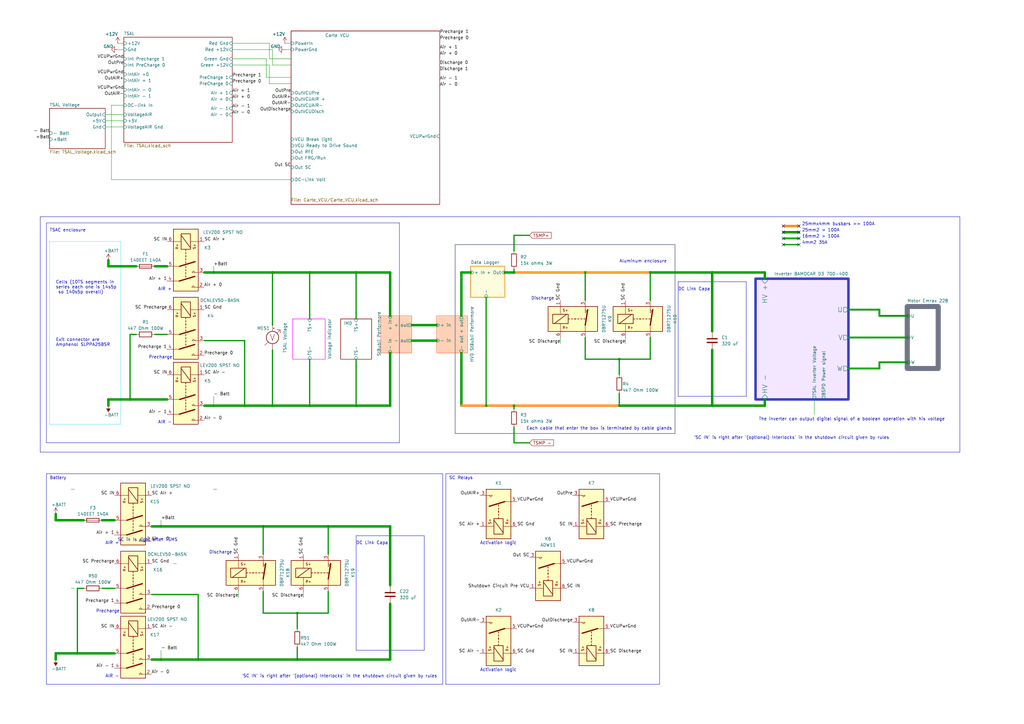
<source format=kicad_sch>
(kicad_sch (version 20230121) (generator eeschema)
  (paper "A3")
  (lib_symbols
    (symbol "Device:C" (pin_numbers hide) (pin_names (offset 0.254))
      (property "Reference" "C" (at 0.635 2.54 0))
      (property "Value" "C" (at 0.635 -2.54 0))
      (symbol "C_0_1"
        (polyline (pts (xy -2.032 -0.762) (xy 2.032 -0.762)) (stroke (width 0.508)))
        (polyline (pts (xy -2.032 0.762) (xy 2.032 0.762)) (stroke (width 0.508)))
      )
      (symbol "C_1_1"
        (pin passive line (at 0 3.81 270) (length 2.794) (name "~") (number "1"))
        (pin passive line (at 0 -3.81 90) (length 2.794) (name "~") (number "2"))
      )
    )
    (symbol "Device:Fuse" (pin_numbers hide) (pin_names (offset 0))
      (property "Reference" "F" (at 2.032 0 90))
      (property "Value" "Fuse" (at -1.905 0 90))
      (symbol "Fuse_0_1"
        (rectangle (start -0.762 -2.54) (end 0.762 2.54) (stroke (width 0.254)))
        (polyline (pts (xy 0 2.54) (xy 0 -2.54)))
      )
      (symbol "Fuse_1_1"
        (pin passive line (at 0 3.81 270) (length 1.27) (name "~") (number "1"))
        (pin passive line (at 0 -3.81 90) (length 1.27) (name "~") (number "2"))
      )
    )
    (symbol "Device:LED" (pin_numbers hide) (pin_names (offset 1.016) hide)
      (property "Reference" "D" (at 0 2.54 0))
      (property "Value" "LED" (at 0 -2.54 0))
      (symbol "LED_0_1"
        (polyline (pts (xy -1.27 -1.27) (xy -1.27 1.27)) (stroke (width 0.254)))
        (polyline (pts (xy -1.27 0) (xy 1.27 0)))
        (polyline (pts (xy 1.27 -1.27) (xy 1.27 1.27) (xy -1.27 0) (xy 1.27 -1.27)) (stroke (width 0.254)))
        (polyline (pts (xy -3.048 -0.762) (xy -4.572 -2.286) (xy -3.81 -2.286) (xy -4.572 -2.286) (xy -4.572 -1.524)))
        (polyline (pts (xy -1.778 -0.762) (xy -3.302 -2.286) (xy -2.54 -2.286) (xy -3.302 -2.286) (xy -3.302 -1.524)))
      )
      (symbol "LED_1_1"
        (pin passive line (at -3.81 0 0) (length 2.54) (name "K") (number "1"))
        (pin passive line (at 3.81 0 180) (length 2.54) (name "A") (number "2"))
      )
    )
    (symbol "Device:R" (pin_numbers hide) (pin_names (offset 0))
      (property "Reference" "R" (at 2.032 0 90))
      (property "Value" "R" (at 0 0 90))
      (symbol "R_0_1"
        (rectangle (start -1.016 -2.54) (end 1.016 2.54) (stroke (width 0.254)))
      )
      (symbol "R_1_1"
        (pin passive line (at 0 3.81 270) (length 1.27) (name "~") (number "1"))
        (pin passive line (at 0 -3.81 90) (length 1.27) (name "~") (number "2"))
      )
    )
    (symbol "Device:Voltmeter_DC" (pin_numbers hide) (pin_names (offset 0.0254) hide)
      (property "Reference" "MES" (at -3.302 1.016 0))
      (property "Value" "Voltmeter_DC" (at -3.302 -0.762 0))
      (symbol "Voltmeter_DC_0_0"
        (polyline (pts (xy -3.175 -3.175) (xy -1.905 -1.905)))
        (polyline (pts (xy 1.905 1.905) (xy 3.175 3.175)))
        (polyline (pts (xy 1.905 3.175) (xy 3.175 3.175) (xy 3.175 1.905)))
        (text "V" (at 0 0 0) (effects (font (size 2.54 2.54))))
      )
      (symbol "Voltmeter_DC_0_1"
        (polyline (pts (xy 0.254 3.81) (xy 0.762 3.81)))
        (polyline (pts (xy 0.508 4.064) (xy 0.508 3.556)))
        (circle (center 0 0) (radius 2.54) (stroke (width 0.254)))
      )
      (symbol "Voltmeter_DC_1_1"
        (pin passive line (at 0 -5.08 90) (length 2.54) (name "-") (number "1"))
        (pin passive line (at 0 5.08 270) (length 2.54) (name "+") (number "2"))
      )
    )
    (symbol "EPSA_lib:ADW11 NC relays"
      (property "Reference" "K" (at 11.43 3.81 0))
      (property "Value" "ADW11" (at 13.97 1.27 0))
      (symbol "ADW11 NC relays_1_1"
        (rectangle (start -10.16 5.08) (end 10.16 -5.08) (stroke (width 0.254)) (fill (type background)))
        (rectangle (start -8.255 1.905) (end -1.905 -1.905) (stroke (width 0.254)))
        (polyline (pts (xy -7.62 -1.905) (xy -2.54 1.905)) (stroke (width 0.254)))
        (polyline (pts (xy -5.08 -5.08) (xy -5.08 -1.905)))
        (polyline (pts (xy -5.08 5.08) (xy -5.08 1.905)))
        (polyline (pts (xy -1.905 0) (xy -1.27 0)) (stroke (width 0.254)))
        (polyline (pts (xy -0.635 0) (xy 0 0)) (stroke (width 0.254)))
        (polyline (pts (xy 0.635 0) (xy 1.27 0)) (stroke (width 0.254)))
        (polyline (pts (xy 0.635 0) (xy 1.27 0)) (stroke (width 0.254)))
        (polyline (pts (xy 1.905 0) (xy 2.54 0)) (stroke (width 0.254)))
        (polyline (pts (xy 3.175 0) (xy 3.81 0)) (stroke (width 0.254)))
        (polyline (pts (xy 4.445 0) (xy 5.08 0)) (stroke (width 0.254)))
        (polyline (pts (xy 5.08 -2.54) (xy 5.08 -5.08)))
        (polyline (pts (xy 5.08 -2.54) (xy 6.096 3.81)) (stroke (width 0.508)))
        (polyline (pts (xy 5.08 3.81) (xy 5.08 5.08)))
        (polyline (pts (xy 5.08 3.81) (xy 5.08 2.54) (xy 5.715 3.175) (xy 5.08 3.81)))
        (text "R+" (at -3.048 -3.556 0) (effects (font (size 1.016 1.016))))
        (text "S+" (at -3.048 3.556 0) (effects (font (size 1.016 1.016))))
        (pin passive line (at -5.08 7.62 270) (length 2.54) (name "~") (number "1"))
        (pin passive line (at 5.08 7.62 270) (length 2.54) (name "~") (number "3"))
        (pin passive line (at 5.08 -7.62 90) (length 2.54) (name "~") (number "5"))
        (pin passive line (at -5.08 -7.62 90) (length 2.54) (name "~") (number "6"))
      )
    )
    (symbol "EPSA_lib:RELAYS"
      (property "Reference" "K" (at -13.97 -11.43 0))
      (property "Value" "RELAYS" (at -13.97 -13.97 0))
      (symbol "RELAYS_1_1"
        (rectangle (start -10.16 5.08) (end 15.24 -5.08) (stroke (width 0.254)) (fill (type background)))
        (rectangle (start -8.255 1.905) (end -1.905 -1.905) (stroke (width 0.254)))
        (polyline (pts (xy -7.62 -1.905) (xy -2.54 1.905)) (stroke (width 0.254)))
        (polyline (pts (xy -5.08 -5.08) (xy -5.08 -1.905)))
        (polyline (pts (xy -5.08 5.08) (xy -5.08 1.905)))
        (polyline (pts (xy -1.905 0) (xy -1.27 0)) (stroke (width 0.254)))
        (polyline (pts (xy -0.635 0) (xy 0 0)) (stroke (width 0.254)))
        (polyline (pts (xy 0.635 0) (xy 1.27 0)) (stroke (width 0.254)))
        (polyline (pts (xy 0.635 0) (xy 1.27 0)) (stroke (width 0.254)))
        (polyline (pts (xy 1.905 0) (xy 2.54 0)) (stroke (width 0.254)))
        (polyline (pts (xy 3.175 0) (xy 3.81 0)) (stroke (width 0.254)))
        (polyline (pts (xy 5.08 -2.54) (xy 3.175 3.81)) (stroke (width 0.508)))
        (polyline (pts (xy 5.08 -2.54) (xy 5.08 -5.08)))
        (polyline (pts (xy 5.08 0) (xy 5.715 0)) (stroke (width 0.254)))
        (polyline (pts (xy 6.35 0) (xy 6.985 0)) (stroke (width 0.254)))
        (polyline (pts (xy 7.62 0) (xy 8.255 0)) (stroke (width 0.254)))
        (polyline (pts (xy 7.62 3.81) (xy 7.62 5.08)))
        (polyline (pts (xy 8.89 0) (xy 9.525 0)) (stroke (width 0.254)))
        (polyline (pts (xy 11.1246 -2.6621) (xy 9.2196 3.6879)) (stroke (width 0.508)))
        (polyline (pts (xy 11.1246 -2.6621) (xy 11.1246 -5.2021)))
        (polyline (pts (xy 13.6646 3.6879) (xy 13.6646 4.9579)))
        (polyline (pts (xy 7.62 3.81) (xy 7.62 2.54) (xy 6.985 3.175) (xy 7.62 3.81)))
        (polyline (pts (xy 13.6646 3.6879) (xy 13.6646 2.4179) (xy 13.0296 3.0529) (xy 13.6646 3.6879)))
        (text "R+" (at -3.048 -3.556 0) (effects (font (size 1.016 1.016))))
        (text "S+" (at -3.048 3.556 0) (effects (font (size 1.016 1.016))))
        (pin passive line (at -5.08 7.62 270) (length 2.54) (name "~") (number "1"))
        (pin passive line (at 13.6646 7.4979 270) (length 2.54) (name "~") (number "2"))
        (pin passive line (at 7.62 7.62 270) (length 2.54) (name "~") (number "3"))
        (pin passive line (at 11.1246 -7.7421 90) (length 2.54) (name "~") (number "4"))
        (pin passive line (at 5.08 -7.62 90) (length 2.54) (name "~") (number "5"))
        (pin passive line (at -5.08 -7.62 90) (length 2.54) (name "~") (number "6"))
      )
    )
    (symbol "Relay:ADW11"
      (property "Reference" "K" (at 11.43 3.81 0))
      (property "Value" "ADW11" (at 13.97 1.27 0))
      (symbol "ADW11_1_1"
        (rectangle (start -10.16 5.08) (end 10.16 -5.08) (stroke (width 0.254)) (fill (type background)))
        (rectangle (start -8.255 1.905) (end -1.905 -1.905) (stroke (width 0.254)))
        (polyline (pts (xy -7.62 -1.905) (xy -2.54 1.905)) (stroke (width 0.254)))
        (polyline (pts (xy -5.08 -5.08) (xy -5.08 -1.905)))
        (polyline (pts (xy -5.08 5.08) (xy -5.08 1.905)))
        (polyline (pts (xy -1.905 0) (xy -1.27 0)) (stroke (width 0.254)))
        (polyline (pts (xy -0.635 0) (xy 0 0)) (stroke (width 0.254)))
        (polyline (pts (xy 0.635 0) (xy 1.27 0)) (stroke (width 0.254)))
        (polyline (pts (xy 0.635 0) (xy 1.27 0)) (stroke (width 0.254)))
        (polyline (pts (xy 1.905 0) (xy 2.54 0)) (stroke (width 0.254)))
        (polyline (pts (xy 3.175 0) (xy 3.81 0)) (stroke (width 0.254)))
        (polyline (pts (xy 5.08 -2.54) (xy 3.175 3.81)) (stroke (width 0.508)))
        (polyline (pts (xy 5.08 -2.54) (xy 5.08 -5.08)))
        (polyline (pts (xy 7.62 3.81) (xy 7.62 5.08)))
        (polyline (pts (xy 7.62 3.81) (xy 7.62 2.54) (xy 6.985 3.175) (xy 7.62 3.81)))
        (text "R+" (at -3.048 -3.556 0) (effects (font (size 1.016 1.016))))
        (text "S+" (at -3.048 3.556 0) (effects (font (size 1.016 1.016))))
        (pin passive line (at -5.08 7.62 270) (length 2.54) (name "~") (number "1"))
        (pin passive line (at 7.62 7.62 270) (length 2.54) (name "~") (number "3"))
        (pin passive line (at 5.08 -7.62 90) (length 2.54) (name "~") (number "5"))
        (pin passive line (at -5.08 -7.62 90) (length 2.54) (name "~") (number "6"))
      )
    )
    (symbol "power:+12V" (power) (pin_names (offset 0))
      (property "Value" "+12V" (at 0 3.556 0))
      (symbol "+12V_0_1"
        (polyline (pts (xy -0.762 1.27) (xy 0 2.54)))
        (polyline (pts (xy 0 0) (xy 0 2.54)))
        (polyline (pts (xy 0 2.54) (xy 0.762 1.27)))
      )
      (symbol "+12V_1_1"
        (pin power_in line (at 0 0 90) (length 0) hide (name "+12V") (number "1"))
      )
    )
    (symbol "power:+BATT" (power) (pin_names (offset 0))
      (property "Value" "+BATT" (at 0 3.556 0))
      (symbol "+BATT_0_1"
        (polyline (pts (xy -0.762 1.27) (xy 0 2.54)))
        (polyline (pts (xy 0 0) (xy 0 2.54)))
        (polyline (pts (xy 0 2.54) (xy 0.762 1.27)))
      )
      (symbol "+BATT_1_1"
        (pin power_in line (at 0 0 90) (length 0) hide (name "+BATT") (number "1"))
      )
    )
    (symbol "power:-BATT" (power) (pin_names (offset 0))
      (property "Value" "-BATT" (at 0 3.556 0))
      (symbol "-BATT_0_1"
        (polyline (pts (xy 0 0) (xy 0 2.54)))
        (polyline (pts (xy 0.762 1.27) (xy -0.762 1.27) (xy 0 2.54) (xy 0.762 1.27)) (fill (type outline)))
      )
      (symbol "-BATT_1_1"
        (pin power_in line (at 0 0 90) (length 0) hide (name "-BATT") (number "1"))
      )
    )
    (symbol "power:GND" (power) (pin_names (offset 0))
      (property "Value" "GND" (at 0 -3.81 0))
      (symbol "GND_0_1"
        (polyline (pts (xy 0 0) (xy 0 -1.27) (xy 1.27 -1.27) (xy 0 -2.54) (xy -1.27 -1.27) (xy 0 -1.27)))
      )
      (symbol "GND_1_1"
        (pin power_in line (at 0 0 270) (length 0) hide (name "GND") (number "1"))
      )
    )
  )
  (junction (at 100.33 166.37))
  (junction (at 121.92 251.46))
  (junction (at 292.1 111.76))
  (junction (at 31.75 267.97))
  (junction (at 81.28 270.51))
  (junction (at 134.62 215.9))
  (junction (at 210.82 111.76))
  (junction (at 66.04 215.9))
  (junction (at 210.82 166.37))
  (junction (at 121.92 270.51))
  (junction (at 66.04 270.51))
  (junction (at 254 166.37))
  (junction (at 127 166.37))
  (junction (at 111.76 111.76))
  (junction (at 127 111.76))
  (junction (at 87.63 111.76))
  (junction (at 292.1 166.37))
  (junction (at 240.03 111.76))
  (junction (at 146.05 111.76))
  (junction (at 87.63 166.37))
  (junction (at 266.7 111.76))
  (junction (at 254 147.32))
  (junction (at 107.95 215.9))
  (junction (at 199.39 166.37))
  (junction (at 53.34 163.83))
  (junction (at 111.76 166.37))
  (junction (at 146.05 166.37))
  (no_connect (at 327.66 95.25))
  (no_connect (at 327.66 97.79))
  (no_connect (at 327.66 100.33))
  (no_connect (at 321.31 95.25))
  (no_connect (at 321.31 100.33))
  (no_connect (at 321.31 97.79))
  (no_connect (at 321.31 92.71))
  (no_connect (at 327.66 92.71))
  (wire (pts (xy 45.72 43.18) (xy 45.72 73.66)))
  (wire (pts (xy 254 161.29) (xy 254 166.37)) (stroke (width 0.5)))
  (wire (pts (xy 53.34 163.83) (xy 68.58 163.83)) (stroke (width 1)))
  (wire (pts (xy 109.22 24.13) (xy 109.22 31.75)))
  (wire (pts (xy 210.82 181.61) (xy 217.17 181.61)) (stroke (width 0.5)))
  (wire (pts (xy 87.63 162.56) (xy 87.63 166.37)))
  (wire (pts (xy 160.02 111.76) (xy 160.02 129.54)) (stroke (width 1)))
  (wire (pts (xy 66.04 213.36) (xy 66.04 215.9)))
  (polyline (pts (xy 278.13 115.57) (xy 278.13 162.56)))
  (wire (pts (xy 95.25 17.78) (xy 110.49 17.78)))
  (polyline (pts (xy 49.53 173.99) (xy 20.32 173.99)) (stroke (width 0) (type solid) (color 84 213 255 1)))
  (wire (pts (xy 134.62 242.57) (xy 134.62 251.46)) (stroke (width 0.5)))
  (polyline (pts (xy 181.61 280.67) (xy 19.05 280.67)))
  (wire (pts (xy 254 147.32) (xy 240.03 147.32)) (stroke (width 0.5)))
  (wire (pts (xy 292.1 135.89) (xy 292.1 111.76)) (stroke (width 1)))
  (wire (pts (xy 48.26 20.32) (xy 50.8 20.32)))
  (wire (pts (xy 87.63 200.66) (xy 88.9 200.66)))
  (wire (pts (xy 189.23 129.54) (xy 189.23 111.76)) (stroke (width 1)))
  (wire (pts (xy 45.72 73.66) (xy 119.38 73.66)))
  (wire (pts (xy 50.8 43.18) (xy 45.72 43.18)))
  (wire (pts (xy 111.76 20.32) (xy 111.76 26.67)))
  (wire (pts (xy 81.28 243.84) (xy 81.28 270.51)) (stroke (width 0.5)))
  (polyline (pts (xy 19.05 91.44) (xy 19.05 181.61)) (stroke (width 0) (type solid)))
  (polyline (pts (xy 276.86 177.8) (xy 186.69 177.8)) (stroke (width 0.3) (type solid) (color 118 129 159 1)))
  (polyline (pts (xy 186.69 100.33) (xy 276.86 100.33)) (stroke (width 0.3) (type solid) (color 118 129 159 1)))
  (polyline (pts (xy 186.69 100.33) (xy 186.69 177.8)) (stroke (width 0.3) (type solid) (color 118 129 159 1)))
  (polyline (pts (xy 19.05 194.31) (xy 19.05 280.67)))
  (polyline (pts (xy 393.7 185.42) (xy 393.7 88.9)))
  (wire (pts (xy 210.82 166.37) (xy 254 166.37)) (stroke (width 1) (color 255 142 26 1)))
  (wire (pts (xy 22.86 267.97) (xy 22.86 270.51)) (stroke (width 1)))
  (wire (pts (xy 62.23 270.51) (xy 66.04 270.51)) (stroke (width 1)))
  (wire (pts (xy 44.45 109.22) (xy 44.45 106.68)) (stroke (width 1)))
  (wire (pts (xy 63.5 109.22) (xy 68.58 109.22)) (stroke (width 1)))
  (wire (pts (xy 360.68 127) (xy 347.98 127)) (stroke (width 0.75)))
  (wire (pts (xy 81.28 270.51) (xy 121.92 270.51)) (stroke (width 1)))
  (wire (pts (xy 292.1 166.37) (xy 292.1 143.51)) (stroke (width 1)))
  (polyline (pts (xy 306.07 162.56) (xy 278.13 162.56)))
  (wire (pts (xy 116.84 17.78) (xy 119.38 17.78)))
  (wire (pts (xy 31.75 267.97) (xy 46.99 267.97)) (stroke (width 1)))
  (wire (pts (xy 168.91 133.35) (xy 179.07 133.35)) (stroke (width 1)))
  (wire (pts (xy 360.68 151.13) (xy 360.68 148.59)) (stroke (width 0.75)))
  (wire (pts (xy 83.82 139.7) (xy 100.33 139.7)) (stroke (width 0.5)))
  (wire (pts (xy 83.82 111.76) (xy 87.63 111.76)) (stroke (width 1)))
  (wire (pts (xy 44.45 163.83) (xy 53.34 163.83)) (stroke (width 1)))
  (wire (pts (xy 266.7 138.43) (xy 266.7 147.32)) (stroke (width 0.5)))
  (polyline (pts (xy 306.07 115.57) (xy 306.07 162.56)))
  (wire (pts (xy 313.69 114.3) (xy 313.69 111.76)) (stroke (width 1)))
  (polyline (pts (xy 182.88 194.31) (xy 270.51 194.31)))
  (polyline (pts (xy 276.86 100.33) (xy 276.86 177.8)) (stroke (width 0.3) (type solid) (color 118 129 159 1)))
  (wire (pts (xy 62.23 243.84) (xy 81.28 243.84)) (stroke (width 0.5)))
  (wire (pts (xy 146.05 111.76) (xy 160.02 111.76)) (stroke (width 1)))
  (wire (pts (xy 334.01 163.83) (xy 334.01 170.18)))
  (wire (pts (xy 83.82 166.37) (xy 87.63 166.37)) (stroke (width 1)))
  (wire (pts (xy 160.02 270.51) (xy 160.02 247.65)) (stroke (width 1)))
  (wire (pts (xy 53.34 137.16) (xy 53.34 163.83)) (stroke (width 0.5)))
  (wire (pts (xy 111.76 26.67) (xy 119.38 26.67)))
  (polyline (pts (xy 182.88 194.31) (xy 182.88 280.67)))
  (wire (pts (xy 189.23 144.78) (xy 189.23 166.37)) (stroke (width 1)))
  (wire (pts (xy 95.25 20.32) (xy 111.76 20.32)))
  (wire (pts (xy 124.46 242.57) (xy 124.46 245.11)))
  (wire (pts (xy 107.95 242.57) (xy 107.95 251.46)) (stroke (width 0.5)))
  (polyline (pts (xy 163.83 181.61) (xy 19.05 181.61)) (stroke (width 0) (type solid)))
  (wire (pts (xy 95.25 24.13) (xy 109.22 24.13)))
  (wire (pts (xy 127 111.76) (xy 146.05 111.76)) (stroke (width 1)))
  (wire (pts (xy 347.98 151.13) (xy 360.68 151.13)) (stroke (width 0.75)))
  (wire (pts (xy 110.49 26.67) (xy 110.49 34.29)))
  (polyline (pts (xy 173.99 266.7) (xy 146.05 266.7)))
  (wire (pts (xy 41.91 241.3) (xy 46.99 241.3)) (stroke (width 0.5)))
  (polyline (pts (xy 163.83 91.44) (xy 163.83 181.61)) (stroke (width 0) (type solid)))
  (wire (pts (xy 107.95 215.9) (xy 107.95 227.33)) (stroke (width 0.5)))
  (wire (pts (xy 62.23 215.9) (xy 66.04 215.9)) (stroke (width 1)))
  (polyline (pts (xy 270.51 194.31) (xy 270.51 280.67)))
  (wire (pts (xy 107.95 215.9) (xy 134.62 215.9)) (stroke (width 1)))
  (wire (pts (xy 66.04 215.9) (xy 107.95 215.9)) (stroke (width 1)))
  (wire (pts (xy 240.03 111.76) (xy 240.03 123.19)) (stroke (width 0.5)))
  (polyline (pts (xy 146.05 219.71) (xy 146.05 266.7)))
  (wire (pts (xy 229.87 138.43) (xy 229.87 140.97)))
  (wire (pts (xy 29.21 200.66) (xy 30.48 200.66)))
  (wire (pts (xy 48.26 17.78) (xy 50.8 17.78)))
  (wire (pts (xy 44.45 109.22) (xy 55.88 109.22)) (stroke (width 1)))
  (wire (pts (xy 266.7 123.19) (xy 266.7 111.76)) (stroke (width 0.5)))
  (wire (pts (xy 87.63 109.22) (xy 87.63 111.76)))
  (wire (pts (xy 189.23 166.37) (xy 199.39 166.37)) (stroke (width 1) (color 255 142 26 1)))
  (wire (pts (xy 63.5 137.16) (xy 68.58 137.16)) (stroke (width 0.5)))
  (wire (pts (xy 66.04 270.51) (xy 81.28 270.51)) (stroke (width 1)))
  (wire (pts (xy 116.84 20.32) (xy 119.38 20.32)))
  (wire (pts (xy 110.49 34.29) (xy 119.38 34.29)))
  (wire (pts (xy 240.03 111.76) (xy 266.7 111.76)) (stroke (width 1) (color 255 142 26 1)))
  (wire (pts (xy 100.33 139.7) (xy 100.33 166.37)) (stroke (width 0.5)))
  (wire (pts (xy 29.21 241.3) (xy 30.48 241.3)))
  (wire (pts (xy 321.31 92.71) (xy 327.66 92.71)) (stroke (width 1) (color 255 142 26 1)))
  (wire (pts (xy 321.31 97.79) (xy 327.66 97.79)) (stroke (width 0.75)))
  (wire (pts (xy 22.86 267.97) (xy 31.75 267.97)) (stroke (width 1)))
  (polyline (pts (xy 19.05 194.31) (xy 181.61 194.31)))
  (wire (pts (xy 254 147.32) (xy 254 153.67)) (stroke (width 0.5)))
  (wire (pts (xy 347.98 138.43) (xy 372.11 138.43)) (stroke (width 0.75)))
  (wire (pts (xy 22.86 213.36) (xy 34.29 213.36)) (stroke (width 1)))
  (wire (pts (xy 43.18 52.07) (xy 50.8 52.07)))
  (wire (pts (xy 160.02 240.03) (xy 160.02 215.9)) (stroke (width 1)))
  (wire (pts (xy 360.68 148.59) (xy 372.11 148.59)) (stroke (width 0.75)))
  (wire (pts (xy 146.05 111.76) (xy 146.05 130.81)) (stroke (width 0.5)))
  (wire (pts (xy 146.05 166.37) (xy 160.02 166.37)) (stroke (width 1)))
  (wire (pts (xy 292.1 111.76) (xy 313.69 111.76)) (stroke (width 1)))
  (wire (pts (xy 199.39 166.37) (xy 210.82 166.37)) (stroke (width 1) (color 255 142 26 1)))
  (wire (pts (xy 41.91 213.36) (xy 46.99 213.36)) (stroke (width 1)))
  (wire (pts (xy 168.91 139.7) (xy 179.07 139.7)) (stroke (width 1)))
  (wire (pts (xy 134.62 227.33) (xy 134.62 215.9)) (stroke (width 0.5)))
  (wire (pts (xy 266.7 111.76) (xy 292.1 111.76)) (stroke (width 1)))
  (polyline (pts (xy 173.99 219.71) (xy 173.99 266.7)))
  (wire (pts (xy 121.92 270.51) (xy 160.02 270.51)) (stroke (width 1)))
  (wire (pts (xy 121.92 251.46) (xy 107.95 251.46)) (stroke (width 0.5)))
  (wire (pts (xy 110.49 24.13) (xy 119.38 24.13)))
  (polyline (pts (xy 16.51 185.42) (xy 393.7 185.42)))
  (wire (pts (xy 127 111.76) (xy 127 130.81)) (stroke (width 0.5)))
  (polyline (pts (xy 278.13 115.57) (xy 306.07 115.57)))
  (wire (pts (xy 313.69 166.37) (xy 292.1 166.37)) (stroke (width 1)))
  (wire (pts (xy 266.7 147.32) (xy 254 147.32)) (stroke (width 0.5)))
  (wire (pts (xy 207.01 111.76) (xy 210.82 111.76)) (stroke (width 1)))
  (wire (pts (xy 71.12 231.14) (xy 72.39 231.14)))
  (polyline (pts (xy 20.32 99.06) (xy 49.53 99.06)) (stroke (width 0) (type solid) (color 84 213 255 1)))
  (wire (pts (xy 111.76 143.51) (xy 111.76 166.37)) (stroke (width 0.5)))
  (wire (pts (xy 66.04 266.7) (xy 66.04 270.51)))
  (polyline (pts (xy 393.7 88.9) (xy 16.51 88.9)))
  (wire (pts (xy 134.62 215.9) (xy 160.02 215.9)) (stroke (width 1)))
  (wire (pts (xy 100.33 166.37) (xy 111.76 166.37)) (stroke (width 1)))
  (wire (pts (xy 45.72 213.36) (xy 46.99 213.36)))
  (wire (pts (xy 313.69 163.83) (xy 313.69 166.37)) (stroke (width 1)))
  (polyline (pts (xy 19.05 91.44) (xy 163.83 91.44)) (stroke (width 0) (type solid)))
  (wire (pts (xy 87.63 111.76) (xy 111.76 111.76)) (stroke (width 1)))
  (wire (pts (xy 254 166.37) (xy 292.1 166.37)) (stroke (width 1)))
  (wire (pts (xy 127 166.37) (xy 146.05 166.37)) (stroke (width 1)))
  (wire (pts (xy 111.76 166.37) (xy 127 166.37)) (stroke (width 1)))
  (wire (pts (xy 360.68 129.54) (xy 360.68 127)) (stroke (width 0.75)))
  (polyline (pts (xy 16.51 88.9) (xy 16.51 185.42)))
  (wire (pts (xy 43.18 46.99) (xy 50.8 46.99)))
  (polyline (pts (xy 49.53 99.06) (xy 49.53 173.99)) (stroke (width 0) (type solid) (color 84 213 255 1)))
  (wire (pts (xy 210.82 167.64) (xy 210.82 166.37)) (stroke (width 0.5)))
  (wire (pts (xy 240.03 138.43) (xy 240.03 147.32)) (stroke (width 0.5)))
  (wire (pts (xy 210.82 96.52) (xy 217.17 96.52)) (stroke (width 0.5)))
  (wire (pts (xy 111.76 111.76) (xy 111.76 133.35)) (stroke (width 0.5)))
  (wire (pts (xy 109.22 31.75) (xy 119.38 31.75)))
  (wire (pts (xy 44.45 163.83) (xy 44.45 166.37)) (stroke (width 1)))
  (wire (pts (xy 127 147.32) (xy 127 166.37)) (stroke (width 0.5)))
  (wire (pts (xy 110.49 17.78) (xy 110.49 24.13)))
  (wire (pts (xy 97.79 242.57) (xy 97.79 245.11)))
  (wire (pts (xy 360.68 129.54) (xy 372.11 129.54)) (stroke (width 0.75)))
  (wire (pts (xy 189.23 111.76) (xy 193.04 111.76)) (stroke (width 1)))
  (wire (pts (xy 95.25 26.67) (xy 110.49 26.67)))
  (wire (pts (xy 321.31 100.33) (xy 327.66 100.33)) (stroke (width 0.5)))
  (wire (pts (xy 160.02 144.78) (xy 160.02 166.37)) (stroke (width 1)))
  (wire (pts (xy 31.75 241.3) (xy 31.75 267.97)) (stroke (width 0.5)))
  (wire (pts (xy 43.18 49.53) (xy 50.8 49.53)))
  (wire (pts (xy 121.92 265.43) (xy 121.92 270.51)) (stroke (width 0.5)))
  (wire (pts (xy 34.29 241.3) (xy 31.75 241.3)) (stroke (width 0.5)))
  (wire (pts (xy 199.39 121.92) (xy 199.39 166.37)) (stroke (width 0.5)))
  (wire (pts (xy 87.63 166.37) (xy 100.33 166.37)) (stroke (width 1)))
  (wire (pts (xy 321.31 95.25) (xy 327.66 95.25)) (stroke (width 1)))
  (polyline (pts (xy 146.05 219.71) (xy 173.99 219.71)))
  (wire (pts (xy 121.92 251.46) (xy 121.92 257.81)) (stroke (width 0.5)))
  (wire (pts (xy 256.54 138.43) (xy 256.54 140.97)))
  (wire (pts (xy 210.82 175.26) (xy 210.82 181.61)) (stroke (width 0.5)))
  (wire (pts (xy 146.05 147.32) (xy 146.05 166.37)) (stroke (width 0.5)))
  (polyline (pts (xy 20.32 99.06) (xy 20.32 173.99)) (stroke (width 0) (type solid) (color 84 213 255 1)))
  (wire (pts (xy 55.88 137.16) (xy 53.34 137.16)) (stroke (width 0.5)))
  (wire (pts (xy 134.62 251.46) (xy 121.92 251.46)) (stroke (width 0.5)))
  (wire (pts (xy 210.82 111.76) (xy 240.03 111.76)) (stroke (width 1) (color 255 142 26 1)))
  (polyline (pts (xy 270.51 280.67) (xy 182.88 280.67)))
  (wire (pts (xy 111.76 111.76) (xy 127 111.76)) (stroke (width 1)))
  (polyline (pts (xy 181.61 194.31) (xy 181.61 280.67)))
  (wire (pts (xy 22.86 213.36) (xy 22.86 210.82)) (stroke (width 1)))
  (wire (pts (xy 210.82 102.87) (xy 210.82 96.52)) (stroke (width 0.5)))
  (wire (pts (xy 210.82 111.76) (xy 210.82 110.49)) (stroke (width 0.5)))
  (text "Discharge" (at 227.33 123.19 0) (effects (font (size 1.27 1.27)) (justify right bottom)))
  (text "AIR +" (at 64.77 119.38 0) (effects (font (size 1.27 1.27)) (justify left bottom)))
  (text "Precharge" (at 60.96 147.32 0) (effects (font (size 1.27 1.27)) (justify left bottom)))
  (text "DC Link Capa" (at 146.05 223.52 0) (effects (font (size 1.27 1.27)) (justify left bottom)))
  (text "Battery\n" (at 20.32 196.85 0) (effects (font (size 1.27 1.27)) (justify left bottom)))
  (text "16mm2 > 100A\n" (at 328.93 97.79 0) (effects (font (size 1.27 1.27)) (justify left bottom)))
  (text "AIR -" (at 64.77 173.99 0) (effects (font (size 1.27 1.27)) (justify left bottom)))
  (text "SC in is right after TSMS" (at 48.26 222.25 0) (effects (font (size 1.27 1.27)) (justify left bottom)))
  (text "The inverter can output digital signal of a boolean operation with his voltage" (at 311.15 172.72 0) (effects (font (size 1.27 1.27)) (justify left bottom)))
  (text "25mm2 > 100A\n" (at 328.93 95.25 0) (effects (font (size 1.27 1.27)) (justify left bottom)))
  (text "Precharge" (at 39.37 251.46 0) (effects (font (size 1.27 1.27)) (justify left bottom)))
  (text "Cells (10TS segments in \nseries each one is 14s5p\n so 140s5p overall)" (at 22.86 120.65 0) (effects (font (size 1.27 1.27)) (justify left bottom)))
  (text "Each cable that enter the box is terminated by cable glands" (at 215.9 176.53 0) (effects (font (size 1.27 1.27)) (justify left bottom)))
  (text "Exit connector are\nAmphenol SLPPA25BSR" (at 22.86 142.24 0) (effects (font (size 1.27 1.27)) (justify left bottom)))
  (text "SC Relays" (at 184.15 196.85 0) (effects (font (size 1.27 1.27)) (justify left bottom)))
  (text "Activation logic" (at 196.85 275.59 0) (effects (font (size 1.27 1.27)) (justify left bottom)))
  (text "AIR -" (at 43.18 278.13 0) (effects (font (size 1.27 1.27)) (justify left bottom)))
  (text "'SC IN' is right after '(optional) Interlocks' in the shutdown circuit given by rules" (at 99.06 278.13 0) (effects (font (size 1.27 1.27)) (justify left bottom)))
  (text "Activation logic" (at 196.85 223.52 0) (effects (font (size 1.27 1.27)) (justify left bottom)))
  (text "4mm2 35A" (at 328.93 100.33 0) (effects (font (size 1.27 1.27)) (justify left bottom)))
  (text "TSAC enclosure\n" (at 20.32 95.25 0) (effects (font (size 1.27 1.27)) (justify left bottom)))
  (text "Discharge" (at 95.25 227.33 0) (effects (font (size 1.27 1.27)) (justify right bottom)))
  (text "AIR +" (at 43.18 223.52 0) (effects (font (size 1.27 1.27)) (justify left bottom)))
  (text "DC Link Capa" (at 278.13 119.38 0) (effects (font (size 1.27 1.27)) (justify left bottom)))
  (text "Aluminum enclosure" (at 254 107.95 0) (effects (font (size 1.27 1.27)) (justify left bottom)))
  (text "'SC IN' is right after '(optional) Interlocks' in the shutdown circuit given by rules" (at 284.48 180.34 0) (effects (font (size 1.27 1.27)) (justify left bottom)))
  (text "25mmx4mm busbars >> 100A" (at 328.93 92.71 0) (effects (font (size 1.27 1.27)) (justify left bottom)))
  (label "Precharge 1" (at 180.34 13.97 0))
  (label "Air - 0" (at 62.1079 276.5546 0))
  (label "SC Gnd" (at 97.79 227.33 90))
  (label "- Batt" (at 66.04 266.7 0))
  (label "Discharge 1" (at 180.34 29.21 0))
  (label "SC Air +" (at 83.82 99.06 0))
  (label "SC Air -" (at 83.82 153.67 0))
  (label "SC Air -" (at 196.85 267.97 180))
  (label "SC IN" (at 68.58 153.67 180))
  (label "Air - 0" (at 83.6979 172.4146 0))
  (label "SC IN" (at 46.99 203.2 180))
  (label "SC Discharge" (at 256.54 140.97 180))
  (label "SC Precharge" (at 68.58 127 180))
  (label "Precharge 0" (at 62.1079 249.8846 0))
  (label "VCUPwrGnd" (at 212.09 257.81 0))
  (label "Air - 1" (at 180.34 33.02 0))
  (label "Air + 1" (at 68.4579 115.2646 180))
  (label "Air + 0" (at 83.6979 117.8046 0))
  (label "OutAIR+" (at 119.38 40.64 180))
  (label "SC IN" (at 232.41 241.3 0))
  (label "+Batt" (at 20.32 57.15 180))
  (label "OutAIR-" (at 50.8 39.37 180))
  (label "Air - 1" (at 68.4579 169.8746 180))
  (label "Precharge 0" (at 180.34 16.51 0))
  (label "SC Air +" (at 62.23 203.2 0))
  (label "Air + 1" (at 95.25 38.1 0))
  (label "SC Gnd" (at 229.87 123.19 90))
  (label "Air + 0" (at 62.1079 221.9446 0))
  (label "SC Precharge" (at 46.99 231.14 180))
  (label "Air - 0" (at 180.34 35.56 0))
  (label "- Batt" (at 87.63 162.56 0))
  (label "Air - 1" (at 46.8679 274.0146 180))
  (label "SC IN" (at 234.95 267.97 180))
  (label "OutDischarge" (at 234.95 255.27 180))
  (label "SC IN" (at 46.99 257.81 180))
  (label "VCUPwrGnd" (at 212.09 205.74 0))
  (label "Out SC" (at 119.38 68.58 180))
  (label "VCUPwrGnd" (at 50.8 36.83 180))
  (label "VCUPwrGnd" (at 232.41 231.14 0))
  (label "SC Air -" (at 62.23 257.81 0))
  (label "OutAIR+" (at 50.8 33.02 180))
  (label "Precharge 0" (at 83.6979 145.7446 0))
  (label "SC Gnd" (at 62.23 231.14 0))
  (label "SC Gnd" (at 83.82 127 0))
  (label "VCUPwrGnd" (at 50.8 30.48 180))
  (label "SC IN" (at 234.95 215.9 180))
  (label "SC Precharge" (at 250.19 215.9 0))
  (label "OutPre" (at 50.8 26.67 180))
  (label "SC Gnd" (at 124.46 227.33 90))
  (label "Precharge 1" (at 68.4579 143.2046 180))
  (label "OutDischarge" (at 119.38 45.72 180))
  (label "SC Discharge" (at 97.79 245.11 180))
  (label "Air + 1" (at 180.34 20.32 0))
  (label "SC Gnd" (at 256.54 123.19 90))
  (label "Precharge 0" (at 95.25 34.29 0))
  (label "Precharge 1" (at 95.25 31.75 0))
  (label "Air + 1" (at 46.8679 219.4046 180))
  (label "OutPre" (at 119.38 38.1 180))
  (label "SC Gnd" (at 212.09 215.9 0))
  (label "OutAIR+" (at 196.85 203.2 180))
  (label "SC Discharge" (at 229.87 140.97 180))
  (label "VCUPwrGnd" (at 50.8 24.13 180))
  (label "SC Discharge" (at 250.19 267.97 0))
  (label "SC IN" (at 68.58 99.06 180))
  (label "SC Air +" (at 196.85 215.9 180))
  (label "Air + 0" (at 180.34 22.86 0))
  (label "Shutdown Circuit Pre VCU" (at 217.17 241.3 180))
  (label "Air - 1" (at 95.25 44.45 0))
  (label "VCUPwrGnd" (at 250.19 257.81 0))
  (label "+Batt" (at 66.04 213.36 0))
  (label "Air + 0" (at 95.25 40.64 0))
  (label "- Batt" (at 20.32 54.61 180))
  (label "OutAIR-" (at 119.38 43.18 180))
  (label "OutAIR-" (at 196.85 255.27 180))
  (label "Precharge 1" (at 46.8679 247.3446 180))
  (label "Air - 0" (at 95.25 46.99 0))
  (label "SC Discharge" (at 124.46 245.11 180))
  (label "Discharge 0" (at 180.34 26.67 0))
  (label "OutPre" (at 234.95 203.2 180))
  (label "SC Gnd" (at 212.09 267.97 0))
  (label "Out SC" (at 217.17 228.6 180))
  (label "VCUPwrGnd" (at 250.19 205.74 0))
  (label "+Batt" (at 87.63 109.22 0))
  (global_label "TSMP+" (shape input) (at 217.17 96.52 0) (property "Intersheetrefs" "${INTERSHEET_REFS}" (effects hide)))
  (global_label "TSMP -" (shape input) (at 217.17 181.61 0) (property "Intersheetrefs" "${INTERSHEET_REFS}" (effects hide)))
  (symbol (lib_id "EPSA_lib:RELAYS") (at 76.2 132.08 270) (unit 1)
    (property "Reference" "K4" (at 86.36 129.54 90))
    (property "Value" "DCNLEV50-BASN" (at 90.17 123.19 90))
    (property "Footprint" "Relay_THT:Relay_1P1T_NO_10x24x18.8mm_Panasonic_ADW11xxxxW_THT" (effects hide))
    (property "Datasheet" "https://www.panasonic-electric-works.com/pew/es/downloads/ds_dw_hl_en.pdf" (effects hide))
  )
  (symbol (lib_id "power:+12V") (at 48.26 17.78 0) (unit 1)
    (property "Reference" "#PWR03" (effects hide))
    (property "Value" "+12V" (at 45.72 13.97 0))
  )
  (symbol (lib_id "EPSA_lib:RELAYS") (at 76.2 104.14 270) (unit 1)
    (property "Reference" "K3" (at 85.09 101.6 90))
    (property "Value" "LEV200 SPST NO" (at 91.44 95.25 90))
    (property "Footprint" "Relay_THT:Relay_1P1T_NO_10x24x18.8mm_Panasonic_ADW11xxxxW_THT" (effects hide))
    (property "Datasheet" "https://www.panasonic-electric-works.com/pew/es/downloads/ds_dw_hl_en.pdf" (effects hide))
  )
  (symbol (lib_id "Device:Voltmeter_DC") (at 111.76 138.43 0) (unit 1)
    (property "Reference" "MES1" (at 105.41 134.62 0) (effects (justify left)))
    (property "Value" "TSAL Voltage" (at 116.84 144.78 90) (effects (justify left)))
  )
  (symbol (lib_id "EPSA_lib:ADW11 NC relays") (at 129.54 234.95 0) (unit 1)
    (property "Reference" "K19" (at 144.78 234.95 90))
    (property "Value" "DBR71275U" (at 142.24 234.95 90))
    (property "Footprint" "Relay_THT:Relay_1P1T_NO_10x24x18.8mm_Panasonic_ADW11xxxxW_THT" (effects hide))
    (property "Datasheet" "https://www.panasonic-electric-works.com/pew/es/downloads/ds_dw_hl_en.pdf" (effects hide))
  )
  (symbol (lib_id "Relay:ADW11") (at 204.47 262.89 90) (unit 1)
    (property "Reference" "K2" (at 204.47 250.19 90))
    (property "Value" "ADW11" (effects hide))
    (property "Footprint" "Relay_THT:Relay_1P1T_NO_10x24x18.8mm_Panasonic_ADW11xxxxW_THT" (effects hide))
    (property "Datasheet" "https://www.panasonic-electric-works.com/pew/es/downloads/ds_dw_hl_en.pdf" (effects hide))
  )
  (symbol (lib_id "Device:R") (at 254 157.48 180) (unit 1)
    (property "Reference" "R4" (at 255.27 157.48 0) (effects (justify right)))
    (property "Value" "4k7 Ohm 100W" (at 255.27 160.02 0) (effects (justify right)))
  )
  (symbol (lib_id "Device:R") (at 121.92 261.62 180) (unit 1)
    (property "Reference" "R51" (at 123.19 261.62 0) (effects (justify right)))
    (property "Value" "4k7 Ohm 100W" (at 123.19 264.16 0) (effects (justify right)))
  )
  (symbol (lib_id "Device:R") (at 38.1 241.3 270) (unit 1)
    (property "Reference" "R50" (at 38.1 236.22 90))
    (property "Value" "4k7 Ohm 100W" (at 38.1 238.76 90))
  )
  (symbol (lib_id "Relay:ADW11") (at 242.57 262.89 90) (unit 1)
    (property "Reference" "K8" (at 242.57 250.19 90))
    (property "Value" "ADW11" (effects hide))
    (property "Footprint" "Relay_THT:Relay_1P1T_NO_10x24x18.8mm_Panasonic_ADW11xxxxW_THT" (effects hide))
    (property "Datasheet" "https://www.panasonic-electric-works.com/pew/es/downloads/ds_dw_hl_en.pdf" (effects hide))
  )
  (symbol (lib_id "EPSA_lib:RELAYS") (at 76.2 158.75 270) (unit 1)
    (property "Reference" "K5" (at 85.09 156.21 90))
    (property "Value" "LEV200 SPST NO" (at 90.17 149.86 90))
    (property "Footprint" "Relay_THT:Relay_1P1T_NO_10x24x18.8mm_Panasonic_ADW11xxxxW_THT" (effects hide))
    (property "Datasheet" "https://www.panasonic-electric-works.com/pew/es/downloads/ds_dw_hl_en.pdf" (effects hide))
  )
  (symbol (lib_id "EPSA_lib:ADW11 NC relays") (at 102.87 234.95 0) (unit 1)
    (property "Reference" "K18" (at 118.11 234.95 90))
    (property "Value" "DBR71275U" (at 115.57 234.95 90))
    (property "Footprint" "Relay_THT:Relay_1P1T_NO_10x24x18.8mm_Panasonic_ADW11xxxxW_THT" (effects hide))
    (property "Datasheet" "https://www.panasonic-electric-works.com/pew/es/downloads/ds_dw_hl_en.pdf" (effects hide))
  )
  (symbol (lib_id "Device:R") (at 59.69 137.16 270) (unit 1)
    (property "Reference" "R1" (at 59.69 132.08 90))
    (property "Value" "4k7 Ohm 100W" (at 59.69 134.62 90))
  )
  (symbol (lib_id "Device:R") (at 210.82 171.45 0) (unit 1)
    (property "Reference" "R3" (at 213.36 170.1799 0) (effects (justify left)))
    (property "Value" "15k ohms 3W" (at 213.36 172.7199 0) (effects (justify left)))
  )
  (symbol (lib_id "power:GND") (at 48.26 20.32 270) (unit 1)
    (property "Reference" "#PWR04" (effects hide))
    (property "Value" "GND" (at 44.45 19.05 90))
  )
  (symbol (lib_id "EPSA_lib:RELAYS") (at 54.61 262.89 270) (unit 1)
    (property "Reference" "K17" (at 63.5 260.35 90))
    (property "Value" "LEV200 SPST NO" (at 68.58 254 90))
    (property "Footprint" "Relay_THT:Relay_1P1T_NO_10x24x18.8mm_Panasonic_ADW11xxxxW_THT" (effects hide))
    (property "Datasheet" "https://www.panasonic-electric-works.com/pew/es/downloads/ds_dw_hl_en.pdf" (effects hide))
  )
  (symbol (lib_id "EPSA_lib:ADW11 NC relays") (at 261.62 130.81 0) (unit 1)
    (property "Reference" "K10" (at 276.86 130.81 90))
    (property "Value" "DBR71275U" (at 274.32 130.81 90))
    (property "Footprint" "Relay_THT:Relay_1P1T_NO_10x24x18.8mm_Panasonic_ADW11xxxxW_THT" (effects hide))
    (property "Datasheet" "https://www.panasonic-electric-works.com/pew/es/downloads/ds_dw_hl_en.pdf" (effects hide))
  )
  (symbol (lib_id "Device:C") (at 292.1 139.7 0) (unit 1)
    (property "Reference" "C1" (at 295.91 138.4299 0) (effects (justify left)))
    (property "Value" "320 uF" (at 295.91 140.9699 0) (effects (justify left)))
  )
  (symbol (lib_id "EPSA_lib:RELAYS") (at 54.61 208.28 270) (unit 1)
    (property "Reference" "K15" (at 63.5 205.74 90))
    (property "Value" "LEV200 SPST NO" (at 69.85 199.39 90))
    (property "Footprint" "Relay_THT:Relay_1P1T_NO_10x24x18.8mm_Panasonic_ADW11xxxxW_THT" (effects hide))
    (property "Datasheet" "https://www.panasonic-electric-works.com/pew/es/downloads/ds_dw_hl_en.pdf" (effects hide))
  )
  (symbol (lib_id "Device:Fuse") (at 38.1 213.36 90) (unit 1)
    (property "Reference" "F3" (at 38.1 208.28 90))
    (property "Value" "140EET 140A" (at 38.1 210.82 90))
  )
  (symbol (lib_id "EPSA_lib:RELAYS") (at 54.61 236.22 270) (unit 1)
    (property "Reference" "K16" (at 64.77 233.68 90))
    (property "Value" "DCNLEV50-BASN" (at 68.58 227.33 90))
    (property "Footprint" "Relay_THT:Relay_1P1T_NO_10x24x18.8mm_Panasonic_ADW11xxxxW_THT" (effects hide))
    (property "Datasheet" "https://www.panasonic-electric-works.com/pew/es/downloads/ds_dw_hl_en.pdf" (effects hide))
  )
  (symbol (lib_id "power:+BATT") (at 22.86 210.82 0) (unit 1)
    (property "Reference" "#PWR088" (effects hide))
    (property "Value" "+BATT" (at 24.13 207.01 0))
  )
  (symbol (lib_id "Device:Fuse") (at 59.69 109.22 90) (unit 1)
    (property "Reference" "F1" (at 59.69 104.14 90))
    (property "Value" "140EET 140A" (at 59.69 106.68 90))
  )
  (symbol (lib_id "power:-BATT") (at 22.86 270.51 180) (unit 1)
    (property "Reference" "#PWR089" (effects hide))
    (property "Value" "-BATT" (at 24.13 274.32 0))
  )
  (symbol (lib_id "power:GND") (at 116.84 20.32 270) (unit 1)
    (property "Reference" "#PWR06" (effects hide))
    (property "Value" "GND" (at 113.03 19.05 90))
  )
  (symbol (lib_id "Relay:ADW11") (at 224.79 236.22 90) (unit 1)
    (property "Reference" "K6" (at 224.79 220.98 90))
    (property "Value" "ADW11" (at 224.79 223.52 90))
    (property "Footprint" "Relay_THT:Relay_1P1T_NO_10x24x18.8mm_Panasonic_ADW11xxxxW_THT" (effects hide))
    (property "Datasheet" "https://www.panasonic-electric-works.com/pew/es/downloads/ds_dw_hl_en.pdf" (effects hide))
  )
  (symbol (lib_id "power:-BATT") (at 44.45 166.37 180) (unit 1)
    (property "Reference" "#PWR02" (effects hide))
    (property "Value" "-BATT" (at 45.72 170.18 0))
  )
  (symbol (lib_id "Device:C") (at 160.02 243.84 0) (unit 1)
    (property "Reference" "C22" (at 163.83 242.5699 0) (effects (justify left)))
    (property "Value" "320 uF" (at 163.83 245.1099 0) (effects (justify left)))
  )
  (symbol (lib_id "Relay:ADW11") (at 204.47 210.82 90) (unit 1)
    (property "Reference" "K1" (at 204.47 198.12 90))
    (property "Value" "ADW11" (effects hide))
    (property "Footprint" "Relay_THT:Relay_1P1T_NO_10x24x18.8mm_Panasonic_ADW11xxxxW_THT" (effects hide))
    (property "Datasheet" "https://www.panasonic-electric-works.com/pew/es/downloads/ds_dw_hl_en.pdf" (effects hide))
  )
  (symbol (lib_id "power:+BATT") (at 44.45 106.68 0) (unit 1)
    (property "Reference" "#PWR01" (effects hide))
    (property "Value" "+BATT" (at 45.72 102.87 0))
  )
  (symbol (lib_id "EPSA_lib:ADW11 NC relays") (at 234.95 130.81 0) (unit 1)
    (property "Reference" "K9" (at 250.19 130.81 90))
    (property "Value" "DBR71275U" (at 247.65 130.81 90))
    (property "Footprint" "Relay_THT:Relay_1P1T_NO_10x24x18.8mm_Panasonic_ADW11xxxxW_THT" (effects hide))
    (property "Datasheet" "https://www.panasonic-electric-works.com/pew/es/downloads/ds_dw_hl_en.pdf" (effects hide))
  )
  (symbol (lib_id "power:+12V") (at 116.84 17.78 0) (unit 1)
    (property "Reference" "#PWR05" (effects hide))
    (property "Value" "+12V" (at 114.3 13.97 0))
  )
  (symbol (lib_id "Relay:ADW11") (at 242.57 210.82 90) (unit 1)
    (property "Reference" "K7" (at 242.57 198.12 90))
    (property "Value" "ADW11" (effects hide))
    (property "Footprint" "Relay_THT:Relay_1P1T_NO_10x24x18.8mm_Panasonic_ADW11xxxxW_THT" (effects hide))
    (property "Datasheet" "https://www.panasonic-electric-works.com/pew/es/downloads/ds_dw_hl_en.pdf" (effects hide))
  )
  (symbol (lib_id "Device:R") (at 210.82 106.68 0) (unit 1)
    (property "Reference" "R2" (at 213.36 105.4099 0) (effects (justify left)))
    (property "Value" "15k ohms 3W" (at 213.36 107.9499 0) (effects (justify left)))
  )
  (sheet (at 372.11 125.73) (size 12.7 25.4) (stroke (width 2) (color 112 115 133 1))
    (property "Sheetname" "Motor Emrax 228" (at 372.11 124.0946 0) (effects (justify left bottom)))
    (property "Sheetfile" "Motor Emrax.kicad_sch" (effects hide))
    (pin "U" input (at 372.11 129.54 180))
    (pin "V" input (at 372.11 138.43 180))
    (pin "W" input (at 372.11 148.59 180))
  )
  (sheet (at 193.04 109.22) (size 13.97 12.7) (stroke (width 0.5) (color 233 178 89 1)) (fill (color 253 252 220 1.0000))
    (property "Sheetname" "Data Logger" (at 193.04 108.3346 0) (effects (justify left bottom)))
    (property "Sheetfile" "Date logger.kicad_sch" (effects hide))
    (pin "+ In" input (at 193.04 111.76 180))
    (pin "+ Out" input (at 207.01 111.76 0))
    (pin "-" input (at 199.39 121.92 270))
  )
  (sheet (at 50.8 15.24) (size 44.45 43.18) (stroke (width 0.1524))
    (property "Sheetname" "TSAL" (at 50.8 14.5284 0) (effects (justify left bottom)))
    (property "Sheetfile" "TSAL.kicad_sch" (at 50.8 59.0046 0) (effects (justify left top)))
    (pin "Green Gnd" input (at 95.25 24.13 0))
    (pin "Green +12V" input (at 95.25 26.67 0))
    (pin "+12V" input (at 50.8 17.78 180))
    (pin "DC-link In" input (at 50.8 43.18 180))
    (pin "Gnd" input (at 50.8 20.32 180))
    (pin "PreCharge 0" input (at 95.25 34.29 0))
    (pin "+5V" input (at 50.8 49.53 180))
    (pin "Air + 1" input (at 95.25 38.1 0))
    (pin "Air + 0" input (at 95.25 40.64 0))
    (pin "Air - 1" input (at 95.25 44.45 0))
    (pin "Air - 0" input (at 95.25 46.99 0))
    (pin "PreCharge 1" input (at 95.25 31.75 0))
    (pin "VoltageAIR" input (at 50.8 46.99 180))
    (pin "VoltageAIR Gnd" input (at 50.8 52.07 180))
    (pin "IntAir +0" input (at 50.8 30.48 180))
    (pin "IntAir + 1" input (at 50.8 33.02 180))
    (pin "IntAir - 0" input (at 50.8 36.83 180))
    (pin "IntAir - 1" input (at 50.8 39.37 180))
    (pin "Int Precharge 1" input (at 50.8 24.13 180))
    (pin "Int PreCharge 0" input (at 50.8 26.67 180))
    (pin "Red +12V" input (at 95.25 20.32 0))
    (pin "Red Gnd" input (at 95.25 17.78 0))
  )
  (sheet (at 120.015 130.81) (size 13.335 16.51) (stroke (width 0.1524) (color 255 24 250 1))
    (property "Sheetname" "Voltage indicator" (at 135.89 147.32 90) (effects (justify left bottom)))
    (property "Sheetfile" "Voltage indicator.kicad_sch" (effects hide))
    (pin "TS+" input (at 127 130.81 90))
    (pin "TS-" input (at 127 147.32 270))
  )
  (sheet (at 20.32 44.45) (size 22.86 16.51) (stroke (width 0.1524))
    (property "Sheetname" "TSAL Voltage" (at 20.32 43.7384 0) (effects (justify left bottom)))
    (property "Sheetfile" "TSAL_Voltage.kicad_sch" (at 20.32 61.5446 0) (effects (justify left top)))
    (pin "- Batt" input (at 20.32 54.61 180))
    (pin "+Batt" input (at 20.32 57.15 180))
    (pin "Gnd" input (at 43.18 52.07 0))
    (pin "+5V" input (at 43.18 49.53 0))
    (pin "Output" input (at 43.18 46.99 0))
  )
  (sheet (at 156.21 129.54) (size 12.7 15.24) (stroke (width 0.1524) (color 255 91 47 1)) (fill (color 255 209 182 1.0000))
    (property "Sheetname" "Stäubli Performore" (at 156.21 146.05 90) (effects (justify left bottom)))
    (property "Sheetfile" "HVD.kicad_sch" (effects hide))
    (pin "+ in" input (at 160.02 129.54 90))
    (pin "+ out" output (at 168.91 133.35 0))
    (pin "- in" input (at 160.02 144.78 270))
    (pin "- out" output (at 168.91 139.7 0))
  )
  (sheet (at 119.38 12.7) (size 60.96 71.12) (stroke (width 0.1524))
    (property "Sheetname" "Carte VCU" (at 133.35 15.24 0) (effects (justify left bottom)))
    (property "Sheetfile" "Carte_VCU/Carte_VCU.kicad_sch" (at 119.38 81.28 0) (effects (justify left top)))
    (pin "PowerGnd" input (at 119.38 20.32 180))
    (pin "PowerIn" input (at 119.38 17.78 180))
    (pin "VCUPwrGnd" input (at 180.34 55.88 0))
    (pin "OutVCUPre" input (at 119.38 38.1 180))
    (pin "OutVCUAIR +" input (at 119.38 40.64 180))
    (pin "OutVCUAIR-" input (at 119.38 43.18 180))
    (pin "OutVCUDisch" input (at 119.38 45.72 180))
    (pin "VCU Ready to Drive Sound" input (at 119.38 59.69 180))
    (pin "VCU Break light" input (at 119.38 57.15 180))
    (pin "Out FRG{slash}Run" input (at 119.38 64.77 180))
    (pin "Out SC" input (at 119.38 68.58 180))
    (pin "Out RFE" input (at 119.38 62.23 180))
    (pin "DC-Link Volt" input (at 119.38 73.66 180))
  )
  (sheet (at 139.7 130.81) (size 12.7 16.51) (stroke (width 0.1524))
    (property "Sheetname" "IMD" (at 140.97 133.35 0) (effects (justify left bottom)))
    (property "Sheetfile" "IMD.kicad_sch" (effects hide))
    (pin "TS+" input (at 146.05 130.81 90))
    (pin "TS-" input (at 146.05 147.32 270))
  )
  (sheet (at 309.88 114.3) (size 38.1 49.53) (stroke (width 1) (color 46 53 187 1)) (fill (color 243 231 255 1.0000))
    (property "Sheetname" "Inverter BAMOCAR D3 700-400" (at 317.5 113.03 0) (effects (justify left bottom)))
    (property "Sheetfile" "Inverter.kicad_sch" (effects hide))
    (pin "HV +" input (at 313.69 114.3 90) (effects (font (size 2 2))))
    (pin "HV -" input (at 313.69 163.83 270) (effects (font (size 2 2))))
    (pin "U" output (at 347.98 127 0) (effects (font (size 2 2))))
    (pin "V" output (at 347.98 138.43 0) (effects (font (size 2 2))))
    (pin "W" output (at 347.98 151.13 0) (effects (font (size 2 2))))
    (pin "BSPD Power signal" output (at 337.82 163.83 270))
    (pin "TSAL inverter Voltage" output (at 334.01 163.83 270))
  )
  (sheet (at 179.07 129.54) (size 12.7 15.24) (stroke (width 0.1524) (color 255 91 47 1)) (fill (color 255 209 182 1.0000))
    (property "Sheetname" "HVD Stäubli Performore" (at 194.31 148.59 90) (effects (justify left bottom)))
    (property "Sheetfile" "HVD.kicad_sch" (effects hide))
    (pin "+ in" input (at 179.07 133.35 180))
    (pin "+ out" output (at 189.23 129.54 90))
    (pin "- in" input (at 179.07 139.7 180))
    (pin "- out" output (at 189.23 144.78 270))
  )
)
</source>
